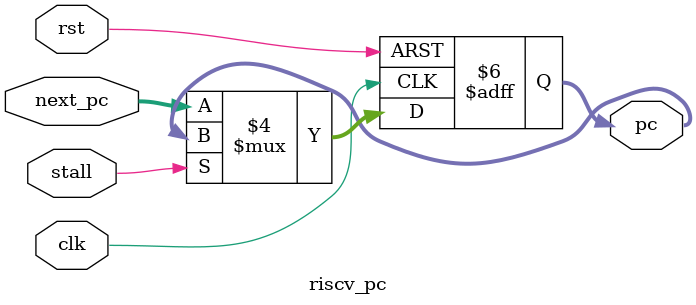
<source format=v>
module riscv_pc (
    input wire clk,
    input wire rst,
    input wire stall,    
    input wire [31:0] next_pc,
    output reg [31:0] pc
);
    always @(posedge clk or negedge rst) begin
        if (!rst) begin
            pc <= 0;   
        end else begin
            if (!stall) begin
                pc <= next_pc; 
            end
        end
    end
endmodule
</source>
